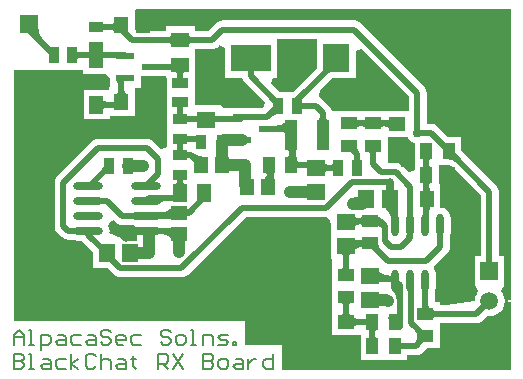
<source format=gtl>
%FSLAX25Y25*%
%MOIN*%
G70*
G01*
G75*
G04 Layer_Physical_Order=1*
G04 Layer_Color=255*
%ADD10C,0.02000*%
%ADD11C,0.04000*%
%ADD12R,0.13386X0.09055*%
%ADD13R,0.09055X0.09449*%
%ADD14R,0.05709X0.04528*%
%ADD15R,0.05512X0.04134*%
%ADD16R,0.03740X0.05315*%
%ADD17O,0.02362X0.07480*%
%ADD18R,0.06102X0.05315*%
%ADD19R,0.04134X0.05512*%
%ADD20R,0.05315X0.06102*%
%ADD21R,0.04528X0.05709*%
%ADD22R,0.05118X0.03347*%
%ADD23R,0.04331X0.10236*%
%ADD24R,0.06299X0.02165*%
%ADD25R,0.03347X0.05118*%
%ADD26R,0.05315X0.03740*%
%ADD27R,0.05906X0.04921*%
%ADD28R,0.04921X0.05906*%
%ADD29O,0.09843X0.02756*%
%ADD30C,0.00700*%
%ADD31R,0.05906X0.05906*%
%ADD32C,0.05906*%
%ADD33R,0.05906X0.05906*%
%ADD34C,0.03000*%
G36*
X134636Y80291D02*
X135197Y79560D01*
X135928Y78999D01*
X136701Y78679D01*
Y71301D01*
Y69891D01*
X134853Y69125D01*
X132782Y71196D01*
X132156Y71677D01*
X131942Y71766D01*
X131426Y71979D01*
X130643Y72082D01*
X127764D01*
Y73749D01*
X127764D01*
Y80836D01*
X134410D01*
X134636Y80291D01*
D02*
G37*
G36*
X26134Y101730D02*
X33797D01*
X35211Y100315D01*
X35211Y100258D01*
X35211Y100258D01*
X35211D01*
X35212Y100245D01*
Y97411D01*
X34886D01*
Y96509D01*
X26366D01*
Y86604D01*
X35287D01*
Y87702D01*
X43413D01*
Y97234D01*
X45512D01*
Y100974D01*
X53740D01*
Y100462D01*
X54035D01*
Y94836D01*
Y88537D01*
X54134D01*
Y83230D01*
Y77508D01*
X52286Y76743D01*
X49832Y79196D01*
X49206Y79677D01*
X48992Y79765D01*
X48476Y79979D01*
X47693Y80082D01*
X31193D01*
X31193Y80082D01*
X30410Y79979D01*
X29680Y79677D01*
X29325Y79405D01*
X29053Y79196D01*
X29053Y79196D01*
X17553Y67696D01*
X17072Y67069D01*
X16984Y66856D01*
X16770Y66340D01*
X16667Y65556D01*
Y51056D01*
X16770Y50273D01*
X16984Y49757D01*
X17072Y49543D01*
X17553Y48917D01*
X19053Y47417D01*
X19680Y46936D01*
X19894Y46847D01*
X20410Y46634D01*
X21193Y46531D01*
X22982D01*
X23622Y46265D01*
X24504Y46149D01*
X25889D01*
X25908Y46126D01*
X29598Y42435D01*
Y37005D01*
X34365D01*
X36504Y34866D01*
X37131Y34385D01*
X37861Y34082D01*
X38644Y33979D01*
X59142D01*
X59925Y34082D01*
X60441Y34296D01*
X60655Y34385D01*
X61281Y34866D01*
X80446Y54031D01*
X107193D01*
X107453Y54065D01*
X108319Y53305D01*
X108957Y51766D01*
Y47836D01*
Y39962D01*
X109252D01*
Y38864D01*
X109252D01*
Y30730D01*
Y23407D01*
X109154D01*
Y14879D01*
X118701D01*
Y14344D01*
Y6344D01*
X134315D01*
Y8074D01*
X137291D01*
X138075Y8177D01*
X138804Y8479D01*
X139431Y8960D01*
X139650Y9179D01*
D01*
X139657Y9173D01*
X139716Y9245D01*
X140720Y10249D01*
X145264D01*
Y17730D01*
Y18771D01*
X157433D01*
X158216Y18874D01*
X158946Y19176D01*
X159573Y19657D01*
X159573Y19657D01*
X159573Y19657D01*
X161060Y21144D01*
X161693Y21061D01*
X162986Y21231D01*
X164191Y21730D01*
X165225Y22524D01*
X166019Y23559D01*
X166518Y24764D01*
X166671Y25927D01*
X168667Y25796D01*
Y3082D01*
X92532D01*
Y11255D01*
X80036D01*
Y19255D01*
X3219D01*
Y33056D01*
X3219Y33056D01*
X3219Y33056D01*
Y33056D01*
Y103056D01*
X26134D01*
Y101730D01*
D02*
G37*
G36*
X148248Y71275D02*
Y71274D01*
X148248Y71274D01*
X148248Y71274D01*
X148248Y71274D01*
X149105Y70919D01*
X149105Y70919D01*
X149105Y70919D01*
D01*
X149105Y70919D01*
X149106Y70919D01*
Y70919D01*
X158667Y61358D01*
Y41009D01*
X156740D01*
Y31104D01*
X156998D01*
X157177Y30871D01*
X157947Y29310D01*
X157367Y28554D01*
X156868Y27349D01*
X156697Y26056D01*
X147324Y24823D01*
X145264D01*
Y25864D01*
X143534D01*
Y29238D01*
X143607Y29415D01*
X143717Y30245D01*
Y35364D01*
X143607Y36194D01*
X143287Y36968D01*
X143031Y37301D01*
X147648Y41917D01*
X147648Y41917D01*
X147920Y42271D01*
X148128Y42544D01*
X148431Y43273D01*
X148534Y44056D01*
Y47742D01*
X148607Y47919D01*
X148716Y48749D01*
Y53868D01*
X148607Y54698D01*
X148287Y55472D01*
X147777Y56136D01*
X147112Y56646D01*
X146338Y56967D01*
X145508Y57076D01*
X145228Y57321D01*
Y64911D01*
X144835D01*
Y71301D01*
X148051D01*
X148248Y71275D01*
D02*
G37*
G36*
X37199Y52271D02*
X37199Y52271D01*
X37826Y51790D01*
X38555Y51488D01*
X38555Y51488D01*
X38555Y51488D01*
D01*
X38555Y51488D01*
X38555Y51488D01*
X39339Y51385D01*
X39339Y51385D01*
X42625D01*
X42913Y51265D01*
X43067Y51245D01*
X44284Y49659D01*
X44158Y48702D01*
Y46091D01*
X42130D01*
X41086Y45954D01*
X40576Y45742D01*
X38913Y46854D01*
Y47108D01*
X38665D01*
X34882Y48675D01*
X34998Y49556D01*
X34882Y50438D01*
X34567Y51198D01*
X35623Y52897D01*
X36515Y52955D01*
X37199Y52271D01*
D02*
G37*
G36*
X104012Y103655D02*
X96071Y95714D01*
X91815D01*
X88848Y98681D01*
X89613Y100529D01*
X90886D01*
Y113531D01*
X104012D01*
Y103655D01*
D02*
G37*
G36*
X168667Y26317D02*
X166671Y26186D01*
X166518Y27349D01*
X166019Y28554D01*
X165439Y29310D01*
X166209Y30871D01*
X166388Y31104D01*
X166646D01*
Y41009D01*
X164719D01*
Y62612D01*
X164719Y62612D01*
X164616Y63395D01*
X164313Y64125D01*
X164201Y64270D01*
X163832Y64751D01*
X163832Y64751D01*
X153385Y75199D01*
X153392Y75205D01*
X153320Y75264D01*
X152315Y76269D01*
Y80812D01*
X147942D01*
X144559Y84196D01*
X143932Y84677D01*
X143718Y84765D01*
X143202Y84979D01*
X142419Y85082D01*
X140719D01*
Y95556D01*
X140616Y96340D01*
X140439Y96767D01*
X140313Y97069D01*
X140105Y97342D01*
X139832Y97696D01*
X139832Y97696D01*
X118833Y118696D01*
X118206Y119177D01*
X117992Y119265D01*
X117476Y119479D01*
X116693Y119582D01*
X72693D01*
X72693Y119582D01*
X72001Y119491D01*
X71910Y119479D01*
X71545Y119328D01*
X71180Y119177D01*
X70553Y118696D01*
X67940Y116082D01*
X63646D01*
Y117651D01*
X53740D01*
Y116082D01*
X44096D01*
X43413Y116765D01*
Y122911D01*
D01*
Y122911D01*
X44033Y123530D01*
X168667D01*
Y26317D01*
D02*
G37*
G36*
X134667Y94303D02*
Y89364D01*
X126154D01*
Y89364D01*
X110252D01*
Y89364D01*
X110252D01*
D01*
D01*
X109267D01*
X109258Y89433D01*
X109246Y89525D01*
X108943Y90254D01*
X108463Y90881D01*
X106148Y93196D01*
X105521Y93677D01*
X105307Y93765D01*
X105113Y93846D01*
X104909Y94874D01*
X105078Y96163D01*
X109248Y100332D01*
X117067D01*
Y109290D01*
X118915Y110055D01*
X134667Y94303D01*
D02*
G37*
G36*
X73500Y110471D02*
Y100529D01*
X79237D01*
X79270Y100273D01*
X79484Y99757D01*
X79572Y99543D01*
X80053Y98917D01*
X86800Y92170D01*
X86035Y90323D01*
X84512D01*
Y90379D01*
X77249D01*
X77237Y90381D01*
X77224Y90379D01*
X74212D01*
Y90379D01*
X73142D01*
X72244Y91277D01*
Y91277D01*
X63350D01*
Y94836D01*
Y100462D01*
X63646D01*
Y108730D01*
Y110030D01*
X69193D01*
X69976Y110134D01*
X70492Y110347D01*
X70706Y110436D01*
X71333Y110917D01*
X71652Y111237D01*
X73500Y110471D01*
D02*
G37*
D10*
X128147Y65146D02*
G03*
X126466Y65842I-1681J-1681D01*
G01*
X128272Y63695D02*
G03*
X128067Y65250I-1979J530D01*
G01*
X128933D02*
G03*
X128701Y63491I2007J-1159D01*
G01*
X7953Y118500D02*
G03*
X9439Y114911I5076J0D01*
G01*
X9953Y118500D02*
G03*
X12854Y111497I9904J0D01*
G01*
X54016Y60500D02*
G03*
X50956Y59233I0J-4327D01*
G01*
X50878Y54827D02*
G03*
X52342Y54635I965J1671D01*
G01*
X52342Y49365D02*
G03*
X50878Y49173I-499J-1864D01*
G01*
X57333Y63525D02*
G03*
X58500Y66341I-2816J2816D01*
G01*
Y65695D02*
G03*
X59399Y63525I3070J0D01*
G01*
X59505Y56416D02*
G03*
X61543Y55543I2038J1945D01*
G01*
D02*
G03*
X59505Y54671I0J-2817D01*
G01*
X51839Y54500D02*
G03*
X56516Y56437I0J6613D01*
G01*
Y47563D02*
G03*
X51840Y49500I-4676J-4676D01*
G01*
X31667Y92533D02*
G03*
X34160Y91500I2493J2493D01*
G01*
D02*
G03*
X31667Y90467I0J-3526D01*
G01*
X38063Y93984D02*
G03*
X38957Y96141I-2157J2157D01*
G01*
Y96142D02*
G03*
X39850Y93984I3051J0D01*
G01*
X38063Y116516D02*
G03*
X36058Y117347I-2005J-2005D01*
G01*
X35754D02*
G03*
X38063Y118303I0J3266D01*
G01*
X23265Y108615D02*
G03*
X24750Y108000I1485J1485D01*
G01*
D02*
G03*
X23265Y107385I0J-2101D01*
G01*
X13521Y110829D02*
G03*
X16350Y109658I2829J2829D01*
G01*
X38957Y97997D02*
G03*
X38044Y100201I-3117J0D01*
G01*
X56975Y112101D02*
G03*
X54805Y113000I-2170J-2170D01*
G01*
X54159D02*
G03*
X56975Y114167I0J3983D01*
G01*
X60025D02*
G03*
X62841Y113000I2816J2816D01*
G01*
X62195D02*
G03*
X60025Y112101I0J-3070D01*
G01*
X59533Y103833D02*
G03*
X58500Y101340I2493J-2493D01*
G01*
D02*
G03*
X57467Y103833I-3526J0D01*
G01*
X96310Y72254D02*
G03*
X98131Y71500I1821J1821D01*
G01*
D02*
G03*
X96310Y70746I0J-2576D01*
G01*
X94801Y72943D02*
G03*
X96075Y76019I-3076J3076D01*
G01*
X88389Y68361D02*
G03*
X87667Y69825I-1196J320D01*
G01*
X88815Y66448D02*
G03*
X87320Y70057I-5103J0D01*
G01*
X86965Y65484D02*
G03*
X88815Y69951I-4467J4467D01*
G01*
X59115Y91735D02*
G03*
X58500Y90250I1485J-1485D01*
G01*
D02*
G03*
X57885Y91735I-2101J0D01*
G01*
Y99265D02*
G03*
X58500Y100750I-1485J1485D01*
G01*
D02*
G03*
X59115Y99265I2101J0D01*
G01*
X65178Y79410D02*
G03*
X63382Y80154I-1796J-1796D01*
G01*
X98080Y91615D02*
G03*
X99565Y91000I1485J1485D01*
G01*
X99565D02*
G03*
X98080Y90385I0J-2101D01*
G01*
X91165Y89342D02*
G03*
X88336Y88170I0J-4002D01*
G01*
X75952Y86847D02*
G03*
X77044Y87299I0J1544D01*
G01*
X105381Y71609D02*
G03*
X108210Y70437I2829J2829D01*
G01*
X108210D02*
G03*
X105381Y69265I0J-4002D01*
G01*
X105306Y85277D02*
G03*
X106130Y87266I-1989J1989D01*
G01*
Y87266D02*
G03*
X106954Y85277I2814J0D01*
G01*
X90386Y83500D02*
G03*
X94676Y85277I0J6066D01*
G01*
X96075Y74346D02*
G03*
X94676Y77723I-4776J0D01*
G01*
X62291Y74665D02*
G03*
X65457Y73354I3165J3165D01*
G01*
X121820Y18289D02*
G03*
X119895Y19087I-1926J-1926D01*
G01*
X120103D02*
G03*
X121820Y19798I0J2428D01*
G01*
X123329Y17600D02*
G03*
X122575Y15779I1821J-1821D01*
G01*
Y15779D02*
G03*
X121820Y17600I-2576J0D01*
G01*
X151052Y73002D02*
G03*
X148055Y74244I-2997J-2997D01*
G01*
X141329Y74557D02*
G03*
X140575Y72735I1821J-1821D01*
G01*
D02*
G03*
X139820Y74557I-2576J0D01*
G01*
X141329Y66557D02*
G03*
X140575Y64735I1821J-1821D01*
G01*
D02*
G03*
X139820Y66557I-2576J0D01*
G01*
Y69443D02*
G03*
X140575Y71265I-1821J1821D01*
G01*
D02*
G03*
X141329Y69443I2576J0D01*
G01*
X141665Y58516D02*
G03*
X140575Y55883I2633J-2633D01*
G01*
Y56833D02*
G03*
X139878Y58516I-2379J0D01*
G01*
Y61484D02*
G03*
X140575Y63166I-1682J1682D01*
G01*
Y64117D02*
G03*
X141665Y61484I3723J0D01*
G01*
X127265Y61566D02*
G03*
X128500Y64547I-2982J2982D01*
G01*
Y64243D02*
G03*
X129609Y61566I3786J0D01*
G01*
X130315Y55899D02*
G03*
X128679Y59848I-5585J0D01*
G01*
X130315Y51071D02*
G03*
X127265Y58434I-10413J0D01*
G01*
X123381Y35609D02*
G03*
X128472Y33500I5092J5092D01*
G01*
X121820Y12487D02*
G03*
X122575Y14308I-1821J1821D01*
G01*
Y14308D02*
G03*
X123329Y12487I2576J0D01*
G01*
X130810Y11798D02*
G03*
X132631Y11043I1822J1822D01*
G01*
X132631D02*
G03*
X130810Y10289I0J-2575D01*
G01*
X112921Y19980D02*
G03*
X113815Y22138I-2157J2157D01*
G01*
Y22138D02*
G03*
X114709Y19980I3051J0D01*
G01*
X115299D02*
G03*
X117456Y19087I2157J2157D01*
G01*
X117457D02*
G03*
X115299Y18193I0J-3051D01*
G01*
X115381Y53609D02*
G03*
X117478Y52740I2098J2098D01*
G01*
X118942D02*
G03*
X115381Y51265I0J-5037D01*
G01*
X114987Y43391D02*
G03*
X113815Y40561I2830J-2830D01*
G01*
Y40562D02*
G03*
X112643Y43391I-4001J0D01*
G01*
X119893Y45260D02*
G03*
X115381Y43391I0J-6381D01*
G01*
X120372Y51986D02*
G03*
X118550Y52740I-1821J-1821D01*
G01*
X118550D02*
G03*
X120372Y53495I-0J2576D01*
G01*
X123259Y53494D02*
G03*
X125075Y52740I1815J1810D01*
G01*
X125075D02*
G03*
X123259Y51987I-0J-2564D01*
G01*
X124717Y53098D02*
G03*
X122140Y53599I-1661J-1661D01*
G01*
X126815Y51000D02*
G03*
X122921Y51758I-2509J-2509D01*
G01*
X123571Y45260D02*
G03*
X124812Y42262I4239J0D01*
G01*
X120372Y44505D02*
G03*
X118550Y45260I-1822J-1822D01*
G01*
X118550D02*
G03*
X120372Y46014I0J2576D01*
G01*
X113061Y35495D02*
G03*
X113815Y37316I-1821J1821D01*
G01*
Y37316D02*
G03*
X114569Y35495I2576J0D01*
G01*
Y26505D02*
G03*
X113815Y24684I1821J-1821D01*
G01*
Y24684D02*
G03*
X113061Y26505I-2576J0D01*
G01*
X133809Y45494D02*
G03*
X135134Y48693I-3199J3199D01*
G01*
X130187Y32620D02*
G03*
X128062Y33500I-2125J-2125D01*
G01*
X131815Y26131D02*
G03*
X130187Y30061I-5558J0D01*
G01*
X131815Y30537D02*
G03*
X130475Y32001I-1469J0D01*
G01*
X131815Y28353D02*
G03*
X130299Y30009I-1662J0D01*
G01*
X121372Y84486D02*
G03*
X119550Y85240I-1821J-1821D01*
G01*
X119550D02*
G03*
X121372Y85995I-0J2576D01*
G01*
X124258D02*
G03*
X126080Y85240I1821J1821D01*
G01*
X126080D02*
G03*
X124258Y84486I-0J-2576D01*
G01*
X123569Y77005D02*
G03*
X122815Y75184I1821J-1821D01*
G01*
Y75184D02*
G03*
X122061Y77005I-2576J0D01*
G01*
X117465Y74464D02*
G03*
X115414Y76697I-2241J0D01*
G01*
X116565Y77649D02*
G03*
X117464Y75110I3112J-326D01*
G01*
X116258Y85995D02*
G03*
X118080Y85240I1821J1821D01*
G01*
X118080D02*
G03*
X116258Y84486I0J-2576D01*
G01*
X116849Y71903D02*
G03*
X117465Y73388I-1485J1485D01*
G01*
Y73388D02*
G03*
X118080Y71903I2101J0D01*
G01*
X110550Y69885D02*
G03*
X109217Y70437I-1333J-1333D01*
G01*
X108913D02*
G03*
X110550Y71115I0J2316D01*
G01*
X138559Y14260D02*
G03*
X137438Y16965I-3826J0D01*
G01*
X137318Y11263D02*
G03*
X138559Y14260I-2997J2997D01*
G01*
X141758Y22495D02*
G03*
X143580Y21740I1821J1821D01*
G01*
X143580D02*
G03*
X141758Y20986I0J-2576D01*
G01*
X139561Y22495D02*
G03*
X140315Y24316I-1821J1821D01*
G01*
Y24316D02*
G03*
X141069Y22495I2576J0D01*
G01*
X129331Y84150D02*
G03*
X126698Y85240I-2633J-2633D01*
G01*
X127648D02*
G03*
X129331Y85937I0J2379D01*
G01*
X8000Y116350D02*
X16350Y108000D01*
X8000Y116350D02*
Y118500D01*
X42650Y113000D02*
X69000D01*
X116500Y116500D02*
X137500Y95500D01*
X72500Y116500D02*
X116500D01*
X69000Y113000D02*
X72500Y116500D01*
X91165Y91000D02*
Y91835D01*
X82000Y101000D02*
X91165Y91835D01*
X82000Y101000D02*
Y107000D01*
X110346Y105847D02*
Y107000D01*
X97465Y92965D02*
X110346Y105847D01*
X97465Y91000D02*
Y92965D01*
Y91000D02*
Y91000D01*
X34063Y41337D02*
Y42000D01*
X38451Y36949D02*
X58949D01*
X34063Y41337D02*
X38451Y36949D01*
X58949D02*
X79000Y57000D01*
X38303Y117347D02*
X42650Y113000D01*
X79000Y57000D02*
X107000D01*
X115842Y65842D01*
X128500Y60063D02*
Y66000D01*
X115842Y65842D02*
X128500D01*
X137500Y82000D02*
Y95500D01*
Y82000D02*
X142226D01*
X148055Y76171D01*
X21000Y49500D02*
X27854D01*
X47146Y64500D02*
X51000Y68354D01*
Y73500D01*
X47500Y77000D02*
X51000Y73500D01*
X31000Y77000D02*
X47500D01*
X19500Y65500D02*
X31000Y77000D01*
X19500Y51000D02*
Y65500D01*
Y51000D02*
X21000Y49500D01*
X122815Y71685D02*
X125500Y69000D01*
X122815Y71685D02*
Y77760D01*
X97465Y91000D02*
X103815D01*
X140315Y21740D02*
X140315D01*
Y32748D01*
Y21740D02*
X157240D01*
X161500Y26000D01*
X47146Y59500D02*
X48146Y60500D01*
X56866D01*
X58366Y62000D01*
X58500Y62134D02*
Y68154D01*
X130055Y11043D02*
X137098D01*
X135315Y32748D02*
X135559Y32504D01*
X137098Y11043D02*
X140315Y14260D01*
X135559Y18845D02*
Y32504D01*
X140144Y14260D02*
X140315D01*
X135559Y18845D02*
X140144Y14260D01*
X125075Y52740D02*
X126815Y51000D01*
X114118Y52740D02*
X125075D01*
X126815Y46000D02*
X128815Y44000D01*
X132315D01*
X126815Y46000D02*
Y51000D01*
X113815Y34740D02*
X113815Y34740D01*
X113815Y34740D02*
Y44563D01*
X114512Y45260D02*
X121815D01*
X127815Y39260D01*
X140575D01*
X145315Y44000D01*
Y51252D01*
X122815Y34437D02*
X123752Y33500D01*
X129563D01*
X131815Y17284D02*
Y31248D01*
X128815Y20283D02*
X131815Y17284D01*
X129563Y33500D02*
X130315Y32748D01*
X131815Y31248D01*
X114815Y85240D02*
X130618D01*
X140575Y51512D02*
Y76000D01*
X140315Y51252D02*
X140575Y51512D01*
X58500Y74847D02*
Y80154D01*
X64500D01*
X62110Y74847D02*
X65457Y71500D01*
X58500Y74847D02*
X62110D01*
X114815Y77760D02*
X117465Y75110D01*
Y70500D02*
Y75110D01*
X88815Y64043D02*
Y70760D01*
X106130Y81500D02*
Y88685D01*
X103815Y91000D02*
X106130Y88685D01*
X30634Y91500D02*
X37957D01*
X38957Y92500D02*
Y99547D01*
X24000Y108000D02*
X40169D01*
X58500Y86847D02*
Y92350D01*
Y86847D02*
X78776D01*
X79169Y87240D02*
X87406D01*
X91165Y91000D01*
X27854Y64500D02*
X28350D01*
X34850Y71000D01*
X34000Y59500D02*
X39146Y54354D01*
X47146D01*
Y54500D02*
X56957D01*
X27854Y59500D02*
X34000D01*
X47146Y54354D02*
Y54500D01*
X56957D02*
X58000Y55543D01*
X61543D01*
X66634Y60634D01*
Y62000D01*
X49232Y49500D02*
X56957D01*
X58000Y48457D01*
X113815Y19087D02*
X122531D01*
X122575Y11043D02*
Y19043D01*
X113815Y19087D02*
Y27260D01*
X93500Y83500D02*
X95500Y81500D01*
X87831Y83500D02*
X93500D01*
X102752Y71500D02*
X103815Y70437D01*
X96075Y71500D02*
Y80925D01*
X103815Y70437D02*
X111102D01*
X95555Y71500D02*
X102752D01*
X48831Y104000D02*
X57366D01*
X58500Y98650D02*
Y104866D01*
X27854Y48209D02*
X34063Y42000D01*
X30500Y117347D02*
X38303D01*
X127500Y60000D02*
X130315Y57185D01*
Y51252D02*
Y57185D01*
X161500Y36000D02*
Y62555D01*
X148055Y76000D02*
X161500Y62555D01*
X148055Y76000D02*
Y76171D01*
X132315Y44000D02*
X135315Y47000D01*
Y64135D01*
X125500Y69000D02*
X130450D01*
X135315Y64135D01*
D11*
X80000Y67090D02*
G03*
X80958Y64777I3271J0D01*
G01*
X116305Y58500D02*
G03*
X120098Y60071I0J5364D01*
G01*
X80000Y64772D02*
X80772Y64000D01*
X80000Y64772D02*
Y71500D01*
X72543D02*
X80000D01*
X41937Y42000D02*
X48000D01*
Y48646D01*
X41150Y71000D02*
X46000D01*
X58000Y42500D02*
Y48457D01*
X72347Y71697D02*
Y79000D01*
X73106Y79760D01*
X116000Y58500D02*
X119063D01*
X121815Y26563D02*
X127252D01*
X127815Y26000D01*
X95315Y62500D02*
X103752D01*
X73106Y79760D02*
X79169D01*
D12*
X82000Y107000D02*
D03*
D13*
X110346D02*
D03*
D14*
X130815Y77957D02*
D03*
Y85043D02*
D03*
X113815Y12000D02*
D03*
Y19087D02*
D03*
X58000Y48457D02*
D03*
Y55543D02*
D03*
D15*
X140315Y21740D02*
D03*
Y14260D02*
D03*
X114815Y85240D02*
D03*
Y77760D02*
D03*
X122815D02*
D03*
Y85240D02*
D03*
X113815Y27260D02*
D03*
Y34740D02*
D03*
X121815Y45260D02*
D03*
Y52740D02*
D03*
D16*
X111165Y70500D02*
D03*
X117465D02*
D03*
X91165Y91000D02*
D03*
X97465D02*
D03*
X16350Y108000D02*
D03*
X22650D02*
D03*
X41150Y71000D02*
D03*
X34850D02*
D03*
D17*
X130315Y32748D02*
D03*
X135315D02*
D03*
X140315D02*
D03*
X145315D02*
D03*
X130315Y51252D02*
D03*
X135315D02*
D03*
X140315D02*
D03*
X145315D02*
D03*
D18*
X113815Y44563D02*
D03*
Y52437D02*
D03*
X121815Y34437D02*
D03*
Y26563D02*
D03*
X103815Y62563D02*
D03*
Y70437D02*
D03*
X67000Y94437D02*
D03*
Y86563D02*
D03*
D19*
X130055Y11043D02*
D03*
X122575D02*
D03*
X148055Y68000D02*
D03*
X140575D02*
D03*
Y76000D02*
D03*
X148055D02*
D03*
X130055Y19043D02*
D03*
X122575D02*
D03*
X88075Y71500D02*
D03*
X95555D02*
D03*
D20*
X128437Y60000D02*
D03*
X120563D02*
D03*
X34063Y42000D02*
D03*
X41937D02*
D03*
D21*
X147858Y60000D02*
D03*
X140772D02*
D03*
X72543Y71500D02*
D03*
X65457D02*
D03*
X87858Y64000D02*
D03*
X80772D02*
D03*
X46043Y118000D02*
D03*
X38957D02*
D03*
X38957Y92500D02*
D03*
X46043D02*
D03*
D22*
X58500Y74846D02*
D03*
Y68154D02*
D03*
Y80154D02*
D03*
Y86846D02*
D03*
X30500Y98654D02*
D03*
Y105346D02*
D03*
Y110654D02*
D03*
Y117346D02*
D03*
D23*
X95500Y81500D02*
D03*
X106130D02*
D03*
D24*
X79169Y87240D02*
D03*
Y79760D02*
D03*
X87831Y83500D02*
D03*
X40169Y107740D02*
D03*
Y100260D02*
D03*
X48831Y104000D02*
D03*
D25*
X72346Y79000D02*
D03*
X65654D02*
D03*
D26*
X58500Y98650D02*
D03*
Y92350D02*
D03*
D27*
Y104866D02*
D03*
Y113134D02*
D03*
D28*
X22366Y91500D02*
D03*
X30634D02*
D03*
X58366Y62000D02*
D03*
X66634D02*
D03*
D29*
X47146Y49500D02*
D03*
Y54500D02*
D03*
Y59500D02*
D03*
Y64500D02*
D03*
X27854Y49500D02*
D03*
Y54500D02*
D03*
Y59500D02*
D03*
Y64500D02*
D03*
D30*
X3000Y8498D02*
Y3500D01*
X5499D01*
X6332Y4333D01*
Y5166D01*
X5499Y5999D01*
X3000D01*
X5499D01*
X6332Y6832D01*
Y7665D01*
X5499Y8498D01*
X3000D01*
X7998Y3500D02*
X9664D01*
X8831D01*
Y8498D01*
X7998D01*
X12997Y6832D02*
X14663D01*
X15496Y5999D01*
Y3500D01*
X12997D01*
X12164Y4333D01*
X12997Y5166D01*
X15496D01*
X20494Y6832D02*
X17995D01*
X17162Y5999D01*
Y4333D01*
X17995Y3500D01*
X20494D01*
X22161D02*
Y8498D01*
Y5166D02*
X24660Y6832D01*
X22161Y5166D02*
X24660Y3500D01*
X30491Y7665D02*
X29658Y8498D01*
X27992D01*
X27159Y7665D01*
Y4333D01*
X27992Y3500D01*
X29658D01*
X30491Y4333D01*
X32157Y8498D02*
Y3500D01*
Y5999D01*
X32990Y6832D01*
X34656D01*
X35489Y5999D01*
Y3500D01*
X37989Y6832D02*
X39655D01*
X40488Y5999D01*
Y3500D01*
X37989D01*
X37156Y4333D01*
X37989Y5166D01*
X40488D01*
X42987Y7665D02*
Y6832D01*
X42154D01*
X43820D01*
X42987D01*
Y4333D01*
X43820Y3500D01*
X51318D02*
Y8498D01*
X53817D01*
X54650Y7665D01*
Y5999D01*
X53817Y5166D01*
X51318D01*
X52984D02*
X54650Y3500D01*
X56316Y8498D02*
X59648Y3500D01*
Y8498D02*
X56316Y3500D01*
X66313Y8498D02*
Y3500D01*
X68812D01*
X69645Y4333D01*
Y5166D01*
X68812Y5999D01*
X66313D01*
X68812D01*
X69645Y6832D01*
Y7665D01*
X68812Y8498D01*
X66313D01*
X72144Y3500D02*
X73810D01*
X74643Y4333D01*
Y5999D01*
X73810Y6832D01*
X72144D01*
X71311Y5999D01*
Y4333D01*
X72144Y3500D01*
X77143Y6832D02*
X78809D01*
X79642Y5999D01*
Y3500D01*
X77143D01*
X76310Y4333D01*
X77143Y5166D01*
X79642D01*
X81308Y6832D02*
Y3500D01*
Y5166D01*
X82141Y5999D01*
X82974Y6832D01*
X83807D01*
X89639Y8498D02*
Y3500D01*
X87139D01*
X86306Y4333D01*
Y5999D01*
X87139Y6832D01*
X89639D01*
X3000Y11500D02*
Y14832D01*
X4666Y16498D01*
X6332Y14832D01*
Y11500D01*
Y13999D01*
X3000D01*
X7998Y11500D02*
X9664D01*
X8831D01*
Y16498D01*
X7998D01*
X12164Y9834D02*
Y14832D01*
X14663D01*
X15496Y13999D01*
Y12333D01*
X14663Y11500D01*
X12164D01*
X17995Y14832D02*
X19661D01*
X20494Y13999D01*
Y11500D01*
X17995D01*
X17162Y12333D01*
X17995Y13166D01*
X20494D01*
X25493Y14832D02*
X22994D01*
X22161Y13999D01*
Y12333D01*
X22994Y11500D01*
X25493D01*
X27992Y14832D02*
X29658D01*
X30491Y13999D01*
Y11500D01*
X27992D01*
X27159Y12333D01*
X27992Y13166D01*
X30491D01*
X35489Y15665D02*
X34656Y16498D01*
X32990D01*
X32157Y15665D01*
Y14832D01*
X32990Y13999D01*
X34656D01*
X35489Y13166D01*
Y12333D01*
X34656Y11500D01*
X32990D01*
X32157Y12333D01*
X39655Y11500D02*
X37989D01*
X37156Y12333D01*
Y13999D01*
X37989Y14832D01*
X39655D01*
X40488Y13999D01*
Y13166D01*
X37156D01*
X45486Y14832D02*
X42987D01*
X42154Y13999D01*
Y12333D01*
X42987Y11500D01*
X45486D01*
X55483Y15665D02*
X54650Y16498D01*
X52984D01*
X52151Y15665D01*
Y14832D01*
X52984Y13999D01*
X54650D01*
X55483Y13166D01*
Y12333D01*
X54650Y11500D01*
X52984D01*
X52151Y12333D01*
X57982Y11500D02*
X59648D01*
X60481Y12333D01*
Y13999D01*
X59648Y14832D01*
X57982D01*
X57149Y13999D01*
Y12333D01*
X57982Y11500D01*
X62147D02*
X63814D01*
X62981D01*
Y16498D01*
X62147D01*
X66313Y11500D02*
Y14832D01*
X68812D01*
X69645Y13999D01*
Y11500D01*
X71311D02*
X73810D01*
X74643Y12333D01*
X73810Y13166D01*
X72144D01*
X71311Y13999D01*
X72144Y14832D01*
X74643D01*
X76310Y11500D02*
Y12333D01*
X77143D01*
Y11500D01*
X76310D01*
D31*
X161500Y36000D02*
D03*
D32*
Y26000D02*
D03*
Y16000D02*
D03*
D33*
X8000Y118500D02*
D03*
D34*
X137500Y82000D02*
D03*
X66500Y99500D02*
D03*
X48000Y42000D02*
D03*
X46000Y71000D02*
D03*
X58000Y42500D02*
D03*
X22366Y98366D02*
D03*
X51500Y92500D02*
D03*
X52000Y119500D02*
D03*
X113815Y6500D02*
D03*
X116000Y58500D02*
D03*
X127815Y26000D02*
D03*
X150859Y28603D02*
D03*
X95315Y62500D02*
D03*
X80000Y71500D02*
D03*
X152815Y64000D02*
D03*
X34000Y83500D02*
D03*
X7000D02*
D03*
X47000D02*
D03*
X20000D02*
D03*
X6500Y59000D02*
D03*
Y72000D02*
D03*
X106500Y38500D02*
D03*
Y14500D02*
D03*
Y51500D02*
D03*
X93000Y38500D02*
D03*
X69000Y27500D02*
D03*
X93000Y51500D02*
D03*
X81000Y38500D02*
D03*
Y51500D02*
D03*
X163000Y105000D02*
D03*
Y78000D02*
D03*
Y118000D02*
D03*
Y91000D02*
D03*
X150000Y105000D02*
D03*
Y118000D02*
D03*
Y91000D02*
D03*
X136500Y105000D02*
D03*
Y118000D02*
D03*
X116500Y93500D02*
D03*
X129500D02*
D03*
X66000Y118500D02*
D03*
X77000Y121500D02*
D03*
X89500D02*
D03*
X102500D02*
D03*
X120000Y121000D02*
D03*
X6500Y27500D02*
D03*
X19000D02*
D03*
X31500D02*
D03*
X44000D02*
D03*
X81500D02*
D03*
X94000D02*
D03*
X106500D02*
D03*
X56500D02*
D03*
X94500Y14500D02*
D03*
X82500D02*
D03*
X19000Y38000D02*
D03*
X6500Y38500D02*
D03*
Y49000D02*
D03*
X7000Y96000D02*
D03*
X121500Y99500D02*
D03*
X154000Y56500D02*
D03*
Y49500D02*
D03*
X153000Y43000D02*
D03*
X151584Y36242D02*
D03*
X133000Y72000D02*
D03*
X128500Y65500D02*
D03*
X95000Y110000D02*
D03*
X99000Y104500D02*
D03*
X95000Y100000D02*
D03*
X76500Y94000D02*
D03*
X68500Y106500D02*
D03*
X150000Y10000D02*
D03*
M02*

</source>
